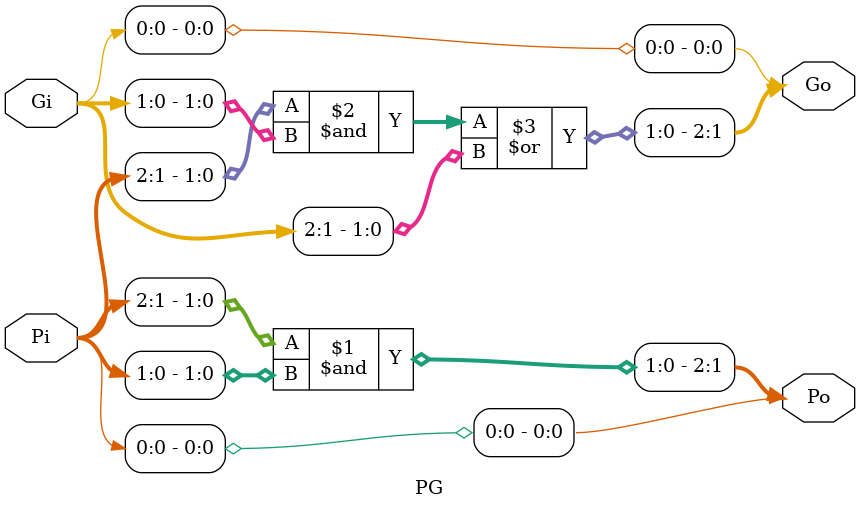
<source format=v>
/* Kogge-Stone adder */
module KSA(a,b,ci,s,co);
    parameter size=2;
    parameter exp=$clog2(size);

    input  [size-1:0] a,b;
    output [size-1:0] s;
    input  ci;
    output co;
    wire [size:0] P[0:exp],G[0:exp];

    assign P[0] = {a, 1'b1} ^ {b, ci};
    assign G[0] = {a, 1'b1} & {b, ci};

    generate
        genvar i;
        
        for (i=0;i<exp;i=i+1) begin : prop
            PG #(size,2**i) pg (P[i],G[i],P[i+1],G[i+1]);
        end
    endgenerate
    
    assign s = P[0][size:1] ^ G[exp][size-1:0];
    assign co = (P[0][size] & G[exp][size-1]) | G[exp][size];

endmodule

/* KSA propagate and generate */
module PG(Pi,Gi,Po,Go);
    parameter size = 2;
    parameter d = 1;
    input  [size:0] Pi,Gi;
    output [size:0] Po,Go;

    assign Po[size:d] =  Pi[size:d] & Pi[size-d:0];
    assign Go[size:d] = (Pi[size:d] & Gi[size-d:0]) | Gi[size:d];
    assign Po[d-1:0] = Pi[d-1:0];
    assign Go[d-1:0] = Gi[d-1:0];
endmodule


</source>
